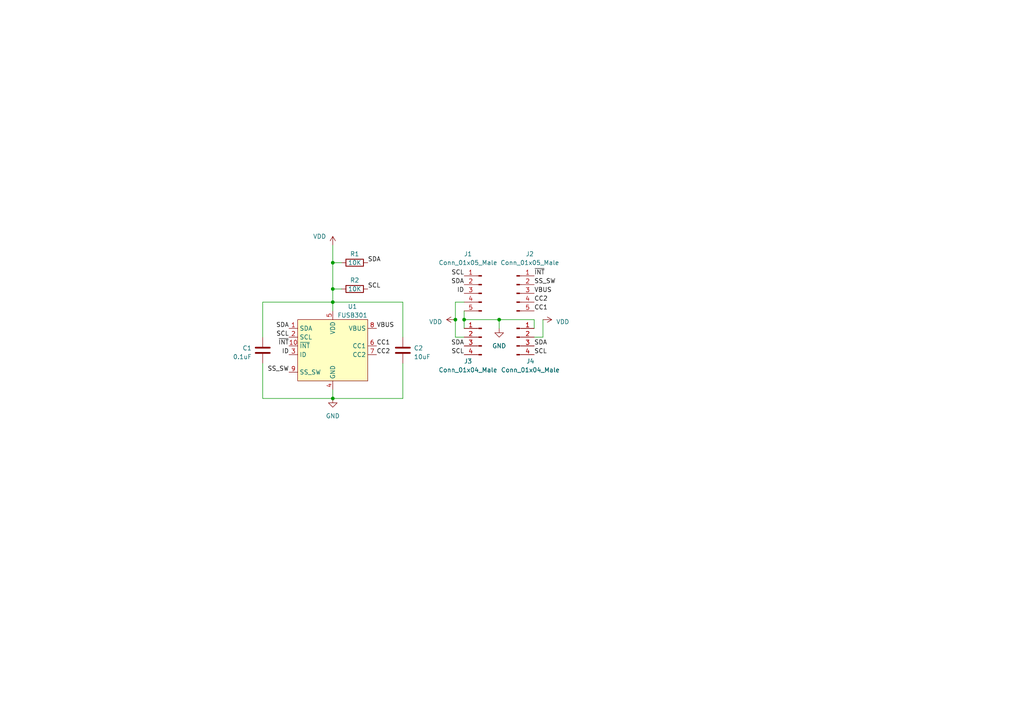
<source format=kicad_sch>
(kicad_sch (version 20210406) (generator eeschema)
  (paper "A4")
  (lib_symbols
    (symbol "Connector:Conn_01x04_Male" (pin_names (offset 1.016) hide)
      (property "Reference" "J" (at 0 5.08 0))
      (property "Value" "Conn_01x04_Male" (at 0 -7.62 0))
      (symbol "Conn_01x04_Male_1_1"
        (rectangle (start 0.8636 -4.953) (end 0 -5.207) (stroke (width 0.1524)) (fill (type outline)))
        (rectangle (start 0.8636 -2.413) (end 0 -2.667) (stroke (width 0.1524)) (fill (type outline)))
        (rectangle (start 0.8636 0.127) (end 0 -0.127) (stroke (width 0.1524)) (fill (type outline)))
        (rectangle (start 0.8636 2.667) (end 0 2.413) (stroke (width 0.1524)) (fill (type outline)))
        (polyline (pts (xy 1.27 -5.08) (xy 0.8636 -5.08)) (stroke (width 0.1524)))
        (polyline (pts (xy 1.27 -2.54) (xy 0.8636 -2.54)) (stroke (width 0.1524)))
        (polyline (pts (xy 1.27 0) (xy 0.8636 0)) (stroke (width 0.1524)))
        (polyline (pts (xy 1.27 2.54) (xy 0.8636 2.54)) (stroke (width 0.1524)))
        (pin passive line (at 5.08 2.54 180) (length 3.81) (name "Pin_1") (number "1"))
        (pin passive line (at 5.08 0 180) (length 3.81) (name "Pin_2") (number "2"))
        (pin passive line (at 5.08 -2.54 180) (length 3.81) (name "Pin_3") (number "3"))
        (pin passive line (at 5.08 -5.08 180) (length 3.81) (name "Pin_4") (number "4"))
      )
    )
    (symbol "Connector:Conn_01x05_Male" (pin_names (offset 1.016) hide)
      (property "Reference" "J" (at 0 7.62 0))
      (property "Value" "Conn_01x05_Male" (at 0 -7.62 0))
      (symbol "Conn_01x05_Male_1_1"
        (rectangle (start 0.8636 -4.953) (end 0 -5.207) (stroke (width 0.1524)) (fill (type outline)))
        (rectangle (start 0.8636 -2.413) (end 0 -2.667) (stroke (width 0.1524)) (fill (type outline)))
        (rectangle (start 0.8636 0.127) (end 0 -0.127) (stroke (width 0.1524)) (fill (type outline)))
        (rectangle (start 0.8636 2.667) (end 0 2.413) (stroke (width 0.1524)) (fill (type outline)))
        (rectangle (start 0.8636 5.207) (end 0 4.953) (stroke (width 0.1524)) (fill (type outline)))
        (polyline (pts (xy 1.27 -5.08) (xy 0.8636 -5.08)) (stroke (width 0.1524)))
        (polyline (pts (xy 1.27 -2.54) (xy 0.8636 -2.54)) (stroke (width 0.1524)))
        (polyline (pts (xy 1.27 0) (xy 0.8636 0)) (stroke (width 0.1524)))
        (polyline (pts (xy 1.27 2.54) (xy 0.8636 2.54)) (stroke (width 0.1524)))
        (polyline (pts (xy 1.27 5.08) (xy 0.8636 5.08)) (stroke (width 0.1524)))
        (pin passive line (at 5.08 5.08 180) (length 3.81) (name "Pin_1") (number "1"))
        (pin passive line (at 5.08 2.54 180) (length 3.81) (name "Pin_2") (number "2"))
        (pin passive line (at 5.08 0 180) (length 3.81) (name "Pin_3") (number "3"))
        (pin passive line (at 5.08 -2.54 180) (length 3.81) (name "Pin_4") (number "4"))
        (pin passive line (at 5.08 -5.08 180) (length 3.81) (name "Pin_5") (number "5"))
      )
    )
    (symbol "Connector:Conn_01x05_Male_1" (pin_names (offset 1.016) hide)
      (property "Reference" "J1" (at 2.6924 8.89 0))
      (property "Value" "Conn_01x05_Male" (at 2.6924 6.35 0))
      (symbol "Conn_01x05_Male_1_1_1"
        (rectangle (start 0.8636 -4.953) (end 0 -5.207) (stroke (width 0.1524)) (fill (type outline)))
        (rectangle (start 0.8636 -2.413) (end 0 -2.667) (stroke (width 0.1524)) (fill (type outline)))
        (rectangle (start 0.8636 0.127) (end 0 -0.127) (stroke (width 0.1524)) (fill (type outline)))
        (rectangle (start 0.8636 2.667) (end 0 2.413) (stroke (width 0.1524)) (fill (type outline)))
        (rectangle (start 0.8636 5.207) (end 0 4.953) (stroke (width 0.1524)) (fill (type outline)))
        (polyline (pts (xy 1.27 -5.08) (xy 0.8636 -5.08)) (stroke (width 0.1524)))
        (polyline (pts (xy 1.27 -2.54) (xy 0.8636 -2.54)) (stroke (width 0.1524)))
        (polyline (pts (xy 1.27 0) (xy 0.8636 0)) (stroke (width 0.1524)))
        (polyline (pts (xy 1.27 2.54) (xy 0.8636 2.54)) (stroke (width 0.1524)))
        (polyline (pts (xy 1.27 5.08) (xy 0.8636 5.08)) (stroke (width 0.1524)))
        (pin passive line (at 5.08 5.08 180) (length 3.81) (name "Pin_1") (number "1"))
        (pin passive line (at 5.08 2.54 180) (length 3.81) (name "Pin_2") (number "2"))
        (pin passive line (at 5.08 0 180) (length 3.81) (name "Pin_3") (number "3"))
        (pin power_out line (at 5.08 -2.54 180) (length 3.81) (name "Pin_4") (number "4"))
        (pin power_out line (at 5.08 -5.08 180) (length 3.81) (name "Pin_5") (number "5"))
      )
    )
    (symbol "Device:C" (pin_numbers hide) (pin_names (offset 0.254))
      (property "Reference" "C" (at 0.635 2.54 0))
      (property "Value" "C" (at 0.635 -2.54 0))
      (symbol "C_0_1"
        (polyline (pts (xy -2.032 -0.762) (xy 2.032 -0.762)) (stroke (width 0.508)))
        (polyline (pts (xy -2.032 0.762) (xy 2.032 0.762)) (stroke (width 0.508)))
      )
      (symbol "C_1_1"
        (pin passive line (at 0 3.81 270) (length 2.794) (name "~") (number "1"))
        (pin passive line (at 0 -3.81 90) (length 2.794) (name "~") (number "2"))
      )
    )
    (symbol "Device:R" (pin_numbers hide) (pin_names (offset 0))
      (property "Reference" "R" (at 2.032 0 90))
      (property "Value" "R" (at 0 0 90))
      (symbol "R_0_1"
        (rectangle (start -1.016 -2.54) (end 1.016 2.54) (stroke (width 0.254)))
      )
      (symbol "R_1_1"
        (pin passive line (at 0 3.81 270) (length 1.27) (name "~") (number "1"))
        (pin passive line (at 0 -3.81 90) (length 1.27) (name "~") (number "2"))
      )
    )
    (symbol "FUSB301:FUSB301"
      (property "Reference" "U" (at 0 2.54 0))
      (property "Value" "FUSB301" (at 0 3.81 0))
      (symbol "FUSB301_0_1"
        (rectangle (start -10.16 0) (end 10.16 -17.78) (stroke (width 0.1524)) (fill (type background)))
      )
      (symbol "FUSB301_1_1"
        (pin bidirectional line (at -12.7 -2.54 0) (length 2.54) (name "SDA") (number "1"))
        (pin open_collector line (at -12.7 -7.62 0) (length 2.54) (name "~INT") (number "10"))
        (pin input line (at -12.7 -5.08 0) (length 2.54) (name "SCL") (number "2"))
        (pin open_collector line (at -12.7 -10.16 0) (length 2.54) (name "ID") (number "3"))
        (pin power_in line (at 0 -20.32 90) (length 2.54) (name "GND") (number "4"))
        (pin power_in line (at 0 2.54 270) (length 2.54) (name "VDD") (number "5"))
        (pin bidirectional line (at 12.7 -7.62 180) (length 2.54) (name "CC1") (number "6"))
        (pin bidirectional line (at 12.7 -10.16 180) (length 2.54) (name "CC2") (number "7"))
        (pin input line (at 12.7 -2.54 180) (length 2.54) (name "VBUS") (number "8"))
        (pin output line (at -12.7 -15.24 0) (length 2.54) (name "SS_SW") (number "9"))
      )
    )
    (symbol "power:GND" (power) (pin_names (offset 0))
      (property "Value" "GND" (at 0 -3.81 0))
      (symbol "GND_0_1"
        (polyline (pts (xy 0 0) (xy 0 -1.27) (xy 1.27 -1.27) (xy 0 -2.54) (xy -1.27 -1.27) (xy 0 -1.27)))
      )
      (symbol "GND_1_1"
        (pin power_in line (at 0 0 270) (length 0) hide (name "GND") (number "1"))
      )
    )
    (symbol "power:VDD" (power) (pin_names (offset 0))
      (property "Value" "VDD" (at 0 3.81 0))
      (symbol "VDD_0_1"
        (polyline (pts (xy -0.762 1.27) (xy 0 2.54)))
        (polyline (pts (xy 0 0) (xy 0 2.54)))
        (polyline (pts (xy 0 2.54) (xy 0.762 1.27)))
      )
      (symbol "VDD_1_1"
        (pin power_in line (at 0 0 90) (length 0) hide (name "VDD") (number "1"))
      )
    )
  )
  (junction (at 96.52 76.2) (diameter 0.9144))
  (junction (at 96.52 83.82) (diameter 0.9144))
  (junction (at 96.52 87.63) (diameter 0.9144))
  (junction (at 96.52 115.57) (diameter 0.9144))
  (junction (at 132.08 92.71) (diameter 0.9144))
  (junction (at 134.62 92.71) (diameter 0.9144))
  (junction (at 144.78 92.71) (diameter 0.9144))
  (wire (pts (xy 76.2 87.63) (xy 96.52 87.63)))
  (wire (pts (xy 76.2 97.79) (xy 76.2 87.63)))
  (wire (pts (xy 76.2 105.41) (xy 76.2 115.57)))
  (wire (pts (xy 76.2 115.57) (xy 96.52 115.57)))
  (wire (pts (xy 96.52 71.12) (xy 96.52 76.2)))
  (wire (pts (xy 96.52 76.2) (xy 96.52 83.82)))
  (wire (pts (xy 96.52 76.2) (xy 99.06 76.2)))
  (wire (pts (xy 96.52 83.82) (xy 96.52 87.63)))
  (wire (pts (xy 96.52 83.82) (xy 99.06 83.82)))
  (wire (pts (xy 96.52 87.63) (xy 96.52 90.17)))
  (wire (pts (xy 96.52 87.63) (xy 116.84 87.63)))
  (wire (pts (xy 96.52 113.03) (xy 96.52 115.57)))
  (wire (pts (xy 116.84 97.79) (xy 116.84 87.63)))
  (wire (pts (xy 116.84 105.41) (xy 116.84 115.57)))
  (wire (pts (xy 116.84 115.57) (xy 96.52 115.57)))
  (wire (pts (xy 132.08 87.63) (xy 134.62 87.63)))
  (wire (pts (xy 132.08 92.71) (xy 132.08 87.63)))
  (wire (pts (xy 132.08 97.79) (xy 132.08 92.71)))
  (wire (pts (xy 134.62 90.17) (xy 134.62 92.71)))
  (wire (pts (xy 134.62 92.71) (xy 134.62 95.25)))
  (wire (pts (xy 134.62 97.79) (xy 132.08 97.79)))
  (wire (pts (xy 144.78 92.71) (xy 134.62 92.71)))
  (wire (pts (xy 144.78 95.25) (xy 144.78 92.71)))
  (wire (pts (xy 154.94 92.71) (xy 144.78 92.71)))
  (wire (pts (xy 154.94 95.25) (xy 154.94 92.71)))
  (wire (pts (xy 157.48 92.71) (xy 157.48 97.79)))
  (wire (pts (xy 157.48 97.79) (xy 154.94 97.79)))
  (label "SDA" (at 83.82 95.25 180))
  (label "SCL" (at 83.82 97.79 180))
  (label "~INT" (at 83.82 100.33 180))
  (label "ID" (at 83.82 102.87 180))
  (label "SS_SW" (at 83.82 107.95 180))
  (label "SDA" (at 106.68 76.2 0))
  (label "SCL" (at 106.68 83.82 0))
  (label "VBUS" (at 109.22 95.25 0))
  (label "CC1" (at 109.22 100.33 0))
  (label "CC2" (at 109.22 102.87 0))
  (label "SCL" (at 134.62 80.01 180))
  (label "SDA" (at 134.62 82.55 180))
  (label "ID" (at 134.62 85.09 180))
  (label "SDA" (at 134.62 100.33 180))
  (label "SCL" (at 134.62 102.87 180))
  (label "~INT" (at 154.94 80.01 0))
  (label "SS_SW" (at 154.94 82.55 0))
  (label "VBUS" (at 154.94 85.09 0))
  (label "CC2" (at 154.94 87.63 0))
  (label "CC1" (at 154.94 90.17 0))
  (label "SDA" (at 154.94 100.33 0))
  (label "SCL" (at 154.94 102.87 0))
  (symbol (lib_id "power:VDD") (at 96.52 71.12 0) (mirror y) (unit 1)
    (property "Reference" "#PWR05" (effects hide))
    (property "Value" "VDD" (at 94.6149 68.58 0) (effects (justify left)))
  )
  (symbol (lib_id "power:VDD") (at 132.08 92.71 90) (unit 1)
    (property "Reference" "#PWR0103" (effects hide))
    (property "Value" "VDD" (at 128.27 93.3449 90) (effects (justify left)))
  )
  (symbol (lib_id "power:VDD") (at 157.48 92.71 270) (unit 1)
    (property "Reference" "#PWR04" (effects hide))
    (property "Value" "VDD" (at 161.29 93.3449 90) (effects (justify left)))
  )
  (symbol (lib_id "power:GND") (at 96.52 115.57 0) (unit 1)
    (property "Reference" "#PWR0101" (effects hide))
    (property "Value" "GND" (at 96.52 120.65 0))
  )
  (symbol (lib_id "power:GND") (at 144.78 95.25 0) (unit 1)
    (property "Reference" "#PWR0104" (effects hide))
    (property "Value" "GND" (at 144.78 100.33 0))
  )
  (symbol (lib_id "Device:R") (at 102.87 76.2 90) (mirror x) (unit 1)
    (property "Reference" "R1" (at 102.87 73.66 90))
    (property "Value" "10K" (at 102.87 76.2 90))
    (property "Footprint" "Resistor_SMD:R_0402_1005Metric" (effects hide))
    (property "LCSC" "C25744" (effects hide))
  )
  (symbol (lib_id "Device:R") (at 102.87 83.82 90) (mirror x) (unit 1)
    (property "Reference" "R2" (at 102.87 81.28 90))
    (property "Value" "10K" (at 102.87 83.82 90))
    (property "Footprint" "Resistor_SMD:R_0402_1005Metric" (effects hide))
    (property "LCSC" "C25744" (effects hide))
  )
  (symbol (lib_id "Device:C") (at 76.2 101.6 0) (mirror y) (unit 1)
    (property "Reference" "C1" (at 73.025 100.9649 0) (effects (justify left)))
    (property "Value" "0.1uF" (at 73.025 103.5049 0) (effects (justify left)))
    (property "Footprint" "Capacitor_SMD:C_0402_1005Metric" (effects hide))
    (property "LCSC" "C1525" (effects hide))
  )
  (symbol (lib_id "Device:C") (at 116.84 101.6 0) (unit 1)
    (property "Reference" "C2" (at 120.015 100.9649 0) (effects (justify left)))
    (property "Value" "10uF" (at 120.015 103.5049 0) (effects (justify left)))
    (property "Footprint" "Capacitor_SMD:C_0402_1005Metric" (effects hide))
    (property "LCSC" "C15525" (effects hide))
  )
  (symbol (lib_id "Connector:Conn_01x04_Male") (at 139.7 97.79 0) (mirror y) (unit 1)
    (property "Reference" "J3" (at 135.7376 104.775 0))
    (property "Value" "Conn_01x04_Male" (at 135.7376 107.315 0))
    (property "Footprint" "Connector_JST:JST_SH_SM04B-SRSS-TB_1x04-1MP_P1.00mm_Horizontal" (effects hide))
    (property "LCSC" "C145956" (effects hide))
  )
  (symbol (lib_id "Connector:Conn_01x04_Male") (at 149.86 97.79 0) (unit 1)
    (property "Reference" "J4" (at 153.8224 104.775 0))
    (property "Value" "Conn_01x04_Male" (at 153.8224 107.315 0))
    (property "Footprint" "Connector_JST:JST_SH_SM04B-SRSS-TB_1x04-1MP_P1.00mm_Horizontal" (effects hide))
    (property "LCSC" "C145956" (effects hide))
  )
  (symbol (lib_name "Connector:Conn_01x05_Male_1") (lib_id "Connector:Conn_01x05_Male") (at 139.7 85.09 0) (mirror y) (unit 1) (in_bom no)
    (property "Reference" "J1" (at 135.7376 73.66 0))
    (property "Value" "Conn_01x05_Male" (at 135.7376 76.2 0))
    (property "Footprint" "Connector_PinHeader_2.54mm:PinHeader_1x05_P2.54mm_Vertical" (effects hide))
  )
  (symbol (lib_id "Connector:Conn_01x05_Male") (at 149.86 85.09 0) (unit 1) (in_bom no)
    (property "Reference" "J2" (at 153.67 73.66 0))
    (property "Value" "Conn_01x05_Male" (at 153.67 76.2 0))
    (property "Footprint" "Connector_PinHeader_2.54mm:PinHeader_1x05_P2.54mm_Vertical" (effects hide))
  )
  (symbol (lib_id "FUSB301:FUSB301") (at 96.52 92.71 0) (unit 1)
    (property "Reference" "U1" (at 102.235 88.9 0))
    (property "Value" "FUSB301" (at 102.235 91.44 0))
    (property "Footprint" "FUSB301:OnSemi_X2QFN-10_1.6x1.2mm_P0.4mm" (effects hide))
    (property "LCSC" "C132290" (effects hide))
  )
)
</source>
